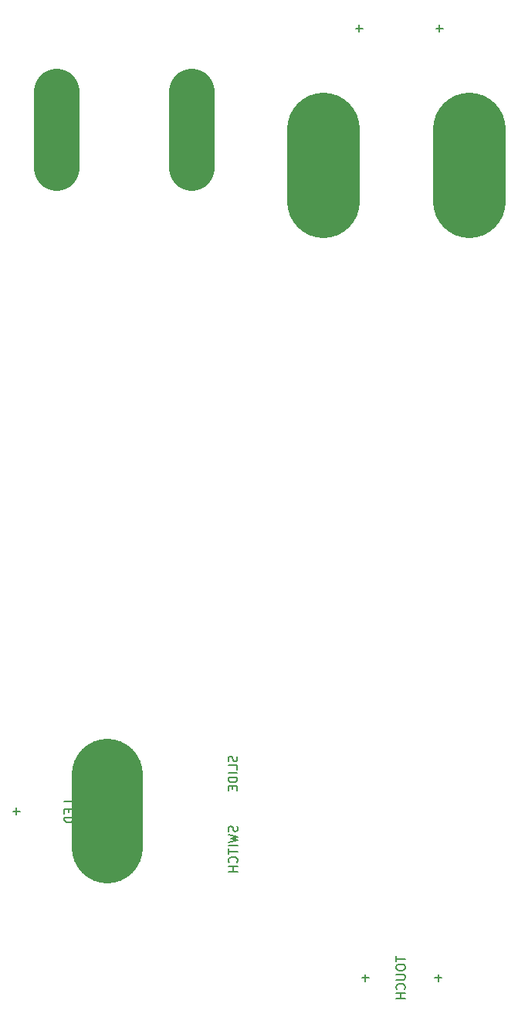
<source format=gbo>
%TF.GenerationSoftware,KiCad,Pcbnew,4.0.4+e1-6308~48~ubuntu14.04.1-stable*%
%TF.CreationDate,2016-11-21T12:12:41-08:00*%
%TF.ProjectId,Sample-Set,53616D706C652D5365742E6B69636164,rev?*%
%TF.FileFunction,Legend,Bot*%
%FSLAX46Y46*%
G04 Gerber Fmt 4.6, Leading zero omitted, Abs format (unit mm)*
G04 Created by KiCad (PCBNEW 4.0.4+e1-6308~48~ubuntu14.04.1-stable) date Mon Nov 21 12:12:41 2016*
%MOMM*%
%LPD*%
G01*
G04 APERTURE LIST*
%ADD10C,0.350000*%
%ADD11C,7.800000*%
%ADD12C,5.000000*%
%ADD13C,8.000000*%
%ADD14C,0.150000*%
%ADD15C,0.203200*%
G04 APERTURE END LIST*
D10*
D11*
X76572000Y-154124000D02*
X76572000Y-146124000D01*
D12*
X71038000Y-71284000D02*
X71038000Y-79666000D01*
X85788000Y-71284000D02*
X85788000Y-79666000D01*
D13*
X116346000Y-83362000D02*
X116346000Y-75362000D01*
X100346000Y-83362000D02*
X100346000Y-75362000D01*
D14*
X72862381Y-149581143D02*
X72862381Y-149104952D01*
X71862381Y-149104952D01*
X72338571Y-149914476D02*
X72338571Y-150247810D01*
X72862381Y-150390667D02*
X72862381Y-149914476D01*
X71862381Y-149914476D01*
X71862381Y-150390667D01*
X72862381Y-150819238D02*
X71862381Y-150819238D01*
X71862381Y-151057333D01*
X71910000Y-151200191D01*
X72005238Y-151295429D01*
X72100476Y-151343048D01*
X72290952Y-151390667D01*
X72433810Y-151390667D01*
X72624286Y-151343048D01*
X72719524Y-151295429D01*
X72814762Y-151200191D01*
X72862381Y-151057333D01*
X72862381Y-150819238D01*
X66643429Y-149743048D02*
X66643429Y-150504953D01*
X67024381Y-150124001D02*
X66262476Y-150124001D01*
X90815762Y-144126095D02*
X90863381Y-144268952D01*
X90863381Y-144507048D01*
X90815762Y-144602286D01*
X90768143Y-144649905D01*
X90672905Y-144697524D01*
X90577667Y-144697524D01*
X90482429Y-144649905D01*
X90434810Y-144602286D01*
X90387190Y-144507048D01*
X90339571Y-144316571D01*
X90291952Y-144221333D01*
X90244333Y-144173714D01*
X90149095Y-144126095D01*
X90053857Y-144126095D01*
X89958619Y-144173714D01*
X89911000Y-144221333D01*
X89863381Y-144316571D01*
X89863381Y-144554667D01*
X89911000Y-144697524D01*
X90863381Y-145602286D02*
X90863381Y-145126095D01*
X89863381Y-145126095D01*
X90863381Y-145935619D02*
X89863381Y-145935619D01*
X90863381Y-146411809D02*
X89863381Y-146411809D01*
X89863381Y-146649904D01*
X89911000Y-146792762D01*
X90006238Y-146888000D01*
X90101476Y-146935619D01*
X90291952Y-146983238D01*
X90434810Y-146983238D01*
X90625286Y-146935619D01*
X90720524Y-146888000D01*
X90815762Y-146792762D01*
X90863381Y-146649904D01*
X90863381Y-146411809D01*
X90339571Y-147411809D02*
X90339571Y-147745143D01*
X90863381Y-147888000D02*
X90863381Y-147411809D01*
X89863381Y-147411809D01*
X89863381Y-147888000D01*
X90840762Y-151788000D02*
X90888381Y-151930857D01*
X90888381Y-152168953D01*
X90840762Y-152264191D01*
X90793143Y-152311810D01*
X90697905Y-152359429D01*
X90602667Y-152359429D01*
X90507429Y-152311810D01*
X90459810Y-152264191D01*
X90412190Y-152168953D01*
X90364571Y-151978476D01*
X90316952Y-151883238D01*
X90269333Y-151835619D01*
X90174095Y-151788000D01*
X90078857Y-151788000D01*
X89983619Y-151835619D01*
X89936000Y-151883238D01*
X89888381Y-151978476D01*
X89888381Y-152216572D01*
X89936000Y-152359429D01*
X89888381Y-152692762D02*
X90888381Y-152930857D01*
X90174095Y-153121334D01*
X90888381Y-153311810D01*
X89888381Y-153549905D01*
X90888381Y-153930857D02*
X89888381Y-153930857D01*
X89888381Y-154264190D02*
X89888381Y-154835619D01*
X90888381Y-154549904D02*
X89888381Y-154549904D01*
X90793143Y-155740381D02*
X90840762Y-155692762D01*
X90888381Y-155549905D01*
X90888381Y-155454667D01*
X90840762Y-155311809D01*
X90745524Y-155216571D01*
X90650286Y-155168952D01*
X90459810Y-155121333D01*
X90316952Y-155121333D01*
X90126476Y-155168952D01*
X90031238Y-155216571D01*
X89936000Y-155311809D01*
X89888381Y-155454667D01*
X89888381Y-155549905D01*
X89936000Y-155692762D01*
X89983619Y-155740381D01*
X90888381Y-156168952D02*
X89888381Y-156168952D01*
X90364571Y-156168952D02*
X90364571Y-156740381D01*
X90888381Y-156740381D02*
X89888381Y-156740381D01*
X113017429Y-63981048D02*
X113017429Y-64742953D01*
X113398381Y-64362001D02*
X112636476Y-64362001D01*
X104217429Y-63981048D02*
X104217429Y-64742953D01*
X104598381Y-64362001D02*
X103836476Y-64362001D01*
D15*
X108265619Y-166029143D02*
X108265619Y-166609714D01*
X109281619Y-166319429D02*
X108265619Y-166319429D01*
X108265619Y-167141905D02*
X108265619Y-167335428D01*
X108314000Y-167432190D01*
X108410762Y-167528952D01*
X108604286Y-167577333D01*
X108942952Y-167577333D01*
X109136476Y-167528952D01*
X109233238Y-167432190D01*
X109281619Y-167335428D01*
X109281619Y-167141905D01*
X109233238Y-167045143D01*
X109136476Y-166948381D01*
X108942952Y-166900000D01*
X108604286Y-166900000D01*
X108410762Y-166948381D01*
X108314000Y-167045143D01*
X108265619Y-167141905D01*
X108265619Y-168012762D02*
X109088095Y-168012762D01*
X109184857Y-168061143D01*
X109233238Y-168109524D01*
X109281619Y-168206286D01*
X109281619Y-168399809D01*
X109233238Y-168496571D01*
X109184857Y-168544952D01*
X109088095Y-168593333D01*
X108265619Y-168593333D01*
X109184857Y-169657714D02*
X109233238Y-169609333D01*
X109281619Y-169464190D01*
X109281619Y-169367428D01*
X109233238Y-169222286D01*
X109136476Y-169125524D01*
X109039714Y-169077143D01*
X108846190Y-169028762D01*
X108701048Y-169028762D01*
X108507524Y-169077143D01*
X108410762Y-169125524D01*
X108314000Y-169222286D01*
X108265619Y-169367428D01*
X108265619Y-169464190D01*
X108314000Y-169609333D01*
X108362381Y-169657714D01*
X109281619Y-170093143D02*
X108265619Y-170093143D01*
X108749429Y-170093143D02*
X108749429Y-170673714D01*
X109281619Y-170673714D02*
X108265619Y-170673714D01*
D14*
X112913429Y-168013048D02*
X112913429Y-168774953D01*
X113294381Y-168394001D02*
X112532476Y-168394001D01*
X104913429Y-168013048D02*
X104913429Y-168774953D01*
X105294381Y-168394001D02*
X104532476Y-168394001D01*
M02*

</source>
